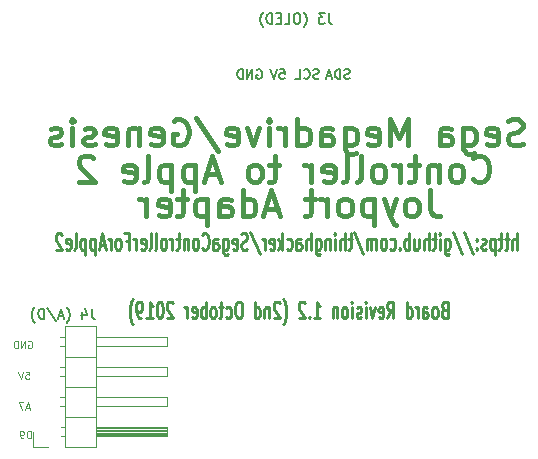
<source format=gbr>
G04 #@! TF.GenerationSoftware,KiCad,Pcbnew,(5.1.4)-1*
G04 #@! TF.CreationDate,2019-11-09T17:45:10+10:00*
G04 #@! TF.ProjectId,SegaControllerForApple2,53656761-436f-46e7-9472-6f6c6c657246,rev?*
G04 #@! TF.SameCoordinates,Original*
G04 #@! TF.FileFunction,Legend,Bot*
G04 #@! TF.FilePolarity,Positive*
%FSLAX46Y46*%
G04 Gerber Fmt 4.6, Leading zero omitted, Abs format (unit mm)*
G04 Created by KiCad (PCBNEW (5.1.4)-1) date 2019-11-09 17:45:10*
%MOMM*%
%LPD*%
G04 APERTURE LIST*
%ADD10C,0.150000*%
%ADD11C,0.225000*%
%ADD12C,0.400000*%
%ADD13C,0.120000*%
G04 APERTURE END LIST*
D10*
X113208333Y-79734523D02*
X113208333Y-80341666D01*
X113248809Y-80463095D01*
X113329761Y-80544047D01*
X113451190Y-80584523D01*
X113532142Y-80584523D01*
X112439285Y-80017857D02*
X112439285Y-80584523D01*
X112641666Y-79694047D02*
X112844047Y-80301190D01*
X112317857Y-80301190D01*
X111103571Y-80908333D02*
X111144047Y-80867857D01*
X111225000Y-80746428D01*
X111265476Y-80665476D01*
X111305952Y-80544047D01*
X111346428Y-80341666D01*
X111346428Y-80179761D01*
X111305952Y-79977380D01*
X111265476Y-79855952D01*
X111225000Y-79775000D01*
X111144047Y-79653571D01*
X111103571Y-79613095D01*
X110820238Y-80341666D02*
X110415476Y-80341666D01*
X110901190Y-80584523D02*
X110617857Y-79734523D01*
X110334523Y-80584523D01*
X109444047Y-79694047D02*
X110172619Y-80786904D01*
X109160714Y-80584523D02*
X109160714Y-79734523D01*
X108958333Y-79734523D01*
X108836904Y-79775000D01*
X108755952Y-79855952D01*
X108715476Y-79936904D01*
X108675000Y-80098809D01*
X108675000Y-80220238D01*
X108715476Y-80382142D01*
X108755952Y-80463095D01*
X108836904Y-80544047D01*
X108958333Y-80584523D01*
X109160714Y-80584523D01*
X108391666Y-80908333D02*
X108351190Y-80867857D01*
X108270238Y-80746428D01*
X108229761Y-80665476D01*
X108189285Y-80544047D01*
X108148809Y-80341666D01*
X108148809Y-80179761D01*
X108189285Y-79977380D01*
X108229761Y-79855952D01*
X108270238Y-79775000D01*
X108351190Y-79653571D01*
X108391666Y-79613095D01*
D11*
X149200000Y-74733333D02*
X149200000Y-73333333D01*
X148814285Y-74733333D02*
X148814285Y-74000000D01*
X148857142Y-73866666D01*
X148942857Y-73800000D01*
X149071428Y-73800000D01*
X149157142Y-73866666D01*
X149200000Y-73933333D01*
X148514285Y-73800000D02*
X148171428Y-73800000D01*
X148385714Y-73333333D02*
X148385714Y-74533333D01*
X148342857Y-74666666D01*
X148257142Y-74733333D01*
X148171428Y-74733333D01*
X148000000Y-73800000D02*
X147657142Y-73800000D01*
X147871428Y-73333333D02*
X147871428Y-74533333D01*
X147828571Y-74666666D01*
X147742857Y-74733333D01*
X147657142Y-74733333D01*
X147357142Y-73800000D02*
X147357142Y-75200000D01*
X147357142Y-73866666D02*
X147271428Y-73800000D01*
X147100000Y-73800000D01*
X147014285Y-73866666D01*
X146971428Y-73933333D01*
X146928571Y-74066666D01*
X146928571Y-74466666D01*
X146971428Y-74600000D01*
X147014285Y-74666666D01*
X147100000Y-74733333D01*
X147271428Y-74733333D01*
X147357142Y-74666666D01*
X146585714Y-74666666D02*
X146500000Y-74733333D01*
X146328571Y-74733333D01*
X146242857Y-74666666D01*
X146200000Y-74533333D01*
X146200000Y-74466666D01*
X146242857Y-74333333D01*
X146328571Y-74266666D01*
X146457142Y-74266666D01*
X146542857Y-74200000D01*
X146585714Y-74066666D01*
X146585714Y-74000000D01*
X146542857Y-73866666D01*
X146457142Y-73800000D01*
X146328571Y-73800000D01*
X146242857Y-73866666D01*
X145814285Y-74600000D02*
X145771428Y-74666666D01*
X145814285Y-74733333D01*
X145857142Y-74666666D01*
X145814285Y-74600000D01*
X145814285Y-74733333D01*
X145814285Y-73866666D02*
X145771428Y-73933333D01*
X145814285Y-74000000D01*
X145857142Y-73933333D01*
X145814285Y-73866666D01*
X145814285Y-74000000D01*
X144742857Y-73266666D02*
X145514285Y-75066666D01*
X143800000Y-73266666D02*
X144571428Y-75066666D01*
X143114285Y-73800000D02*
X143114285Y-74933333D01*
X143157142Y-75066666D01*
X143200000Y-75133333D01*
X143285714Y-75200000D01*
X143414285Y-75200000D01*
X143500000Y-75133333D01*
X143114285Y-74666666D02*
X143200000Y-74733333D01*
X143371428Y-74733333D01*
X143457142Y-74666666D01*
X143500000Y-74600000D01*
X143542857Y-74466666D01*
X143542857Y-74066666D01*
X143500000Y-73933333D01*
X143457142Y-73866666D01*
X143371428Y-73800000D01*
X143200000Y-73800000D01*
X143114285Y-73866666D01*
X142685714Y-74733333D02*
X142685714Y-73800000D01*
X142685714Y-73333333D02*
X142728571Y-73400000D01*
X142685714Y-73466666D01*
X142642857Y-73400000D01*
X142685714Y-73333333D01*
X142685714Y-73466666D01*
X142385714Y-73800000D02*
X142042857Y-73800000D01*
X142257142Y-73333333D02*
X142257142Y-74533333D01*
X142214285Y-74666666D01*
X142128571Y-74733333D01*
X142042857Y-74733333D01*
X141742857Y-74733333D02*
X141742857Y-73333333D01*
X141357142Y-74733333D02*
X141357142Y-74000000D01*
X141400000Y-73866666D01*
X141485714Y-73800000D01*
X141614285Y-73800000D01*
X141700000Y-73866666D01*
X141742857Y-73933333D01*
X140542857Y-73800000D02*
X140542857Y-74733333D01*
X140928571Y-73800000D02*
X140928571Y-74533333D01*
X140885714Y-74666666D01*
X140800000Y-74733333D01*
X140671428Y-74733333D01*
X140585714Y-74666666D01*
X140542857Y-74600000D01*
X140114285Y-74733333D02*
X140114285Y-73333333D01*
X140114285Y-73866666D02*
X140028571Y-73800000D01*
X139857142Y-73800000D01*
X139771428Y-73866666D01*
X139728571Y-73933333D01*
X139685714Y-74066666D01*
X139685714Y-74466666D01*
X139728571Y-74600000D01*
X139771428Y-74666666D01*
X139857142Y-74733333D01*
X140028571Y-74733333D01*
X140114285Y-74666666D01*
X139300000Y-74600000D02*
X139257142Y-74666666D01*
X139300000Y-74733333D01*
X139342857Y-74666666D01*
X139300000Y-74600000D01*
X139300000Y-74733333D01*
X138485714Y-74666666D02*
X138571428Y-74733333D01*
X138742857Y-74733333D01*
X138828571Y-74666666D01*
X138871428Y-74600000D01*
X138914285Y-74466666D01*
X138914285Y-74066666D01*
X138871428Y-73933333D01*
X138828571Y-73866666D01*
X138742857Y-73800000D01*
X138571428Y-73800000D01*
X138485714Y-73866666D01*
X137971428Y-74733333D02*
X138057142Y-74666666D01*
X138100000Y-74600000D01*
X138142857Y-74466666D01*
X138142857Y-74066666D01*
X138100000Y-73933333D01*
X138057142Y-73866666D01*
X137971428Y-73800000D01*
X137842857Y-73800000D01*
X137757142Y-73866666D01*
X137714285Y-73933333D01*
X137671428Y-74066666D01*
X137671428Y-74466666D01*
X137714285Y-74600000D01*
X137757142Y-74666666D01*
X137842857Y-74733333D01*
X137971428Y-74733333D01*
X137285714Y-74733333D02*
X137285714Y-73800000D01*
X137285714Y-73933333D02*
X137242857Y-73866666D01*
X137157142Y-73800000D01*
X137028571Y-73800000D01*
X136942857Y-73866666D01*
X136900000Y-74000000D01*
X136900000Y-74733333D01*
X136900000Y-74000000D02*
X136857142Y-73866666D01*
X136771428Y-73800000D01*
X136642857Y-73800000D01*
X136557142Y-73866666D01*
X136514285Y-74000000D01*
X136514285Y-74733333D01*
X135442857Y-73266666D02*
X136214285Y-75066666D01*
X135271428Y-73800000D02*
X134928571Y-73800000D01*
X135142857Y-73333333D02*
X135142857Y-74533333D01*
X135100000Y-74666666D01*
X135014285Y-74733333D01*
X134928571Y-74733333D01*
X134628571Y-74733333D02*
X134628571Y-73333333D01*
X134242857Y-74733333D02*
X134242857Y-74000000D01*
X134285714Y-73866666D01*
X134371428Y-73800000D01*
X134500000Y-73800000D01*
X134585714Y-73866666D01*
X134628571Y-73933333D01*
X133814285Y-74733333D02*
X133814285Y-73800000D01*
X133814285Y-73333333D02*
X133857142Y-73400000D01*
X133814285Y-73466666D01*
X133771428Y-73400000D01*
X133814285Y-73333333D01*
X133814285Y-73466666D01*
X133385714Y-73800000D02*
X133385714Y-74733333D01*
X133385714Y-73933333D02*
X133342857Y-73866666D01*
X133257142Y-73800000D01*
X133128571Y-73800000D01*
X133042857Y-73866666D01*
X133000000Y-74000000D01*
X133000000Y-74733333D01*
X132185714Y-73800000D02*
X132185714Y-74933333D01*
X132228571Y-75066666D01*
X132271428Y-75133333D01*
X132357142Y-75200000D01*
X132485714Y-75200000D01*
X132571428Y-75133333D01*
X132185714Y-74666666D02*
X132271428Y-74733333D01*
X132442857Y-74733333D01*
X132528571Y-74666666D01*
X132571428Y-74600000D01*
X132614285Y-74466666D01*
X132614285Y-74066666D01*
X132571428Y-73933333D01*
X132528571Y-73866666D01*
X132442857Y-73800000D01*
X132271428Y-73800000D01*
X132185714Y-73866666D01*
X131757142Y-74733333D02*
X131757142Y-73333333D01*
X131371428Y-74733333D02*
X131371428Y-74000000D01*
X131414285Y-73866666D01*
X131500000Y-73800000D01*
X131628571Y-73800000D01*
X131714285Y-73866666D01*
X131757142Y-73933333D01*
X130557142Y-74733333D02*
X130557142Y-74000000D01*
X130600000Y-73866666D01*
X130685714Y-73800000D01*
X130857142Y-73800000D01*
X130942857Y-73866666D01*
X130557142Y-74666666D02*
X130642857Y-74733333D01*
X130857142Y-74733333D01*
X130942857Y-74666666D01*
X130985714Y-74533333D01*
X130985714Y-74400000D01*
X130942857Y-74266666D01*
X130857142Y-74200000D01*
X130642857Y-74200000D01*
X130557142Y-74133333D01*
X129742857Y-74666666D02*
X129828571Y-74733333D01*
X130000000Y-74733333D01*
X130085714Y-74666666D01*
X130128571Y-74600000D01*
X130171428Y-74466666D01*
X130171428Y-74066666D01*
X130128571Y-73933333D01*
X130085714Y-73866666D01*
X130000000Y-73800000D01*
X129828571Y-73800000D01*
X129742857Y-73866666D01*
X129357142Y-74733333D02*
X129357142Y-73333333D01*
X129271428Y-74200000D02*
X129014285Y-74733333D01*
X129014285Y-73800000D02*
X129357142Y-74333333D01*
X128285714Y-74666666D02*
X128371428Y-74733333D01*
X128542857Y-74733333D01*
X128628571Y-74666666D01*
X128671428Y-74533333D01*
X128671428Y-74000000D01*
X128628571Y-73866666D01*
X128542857Y-73800000D01*
X128371428Y-73800000D01*
X128285714Y-73866666D01*
X128242857Y-74000000D01*
X128242857Y-74133333D01*
X128671428Y-74266666D01*
X127857142Y-74733333D02*
X127857142Y-73800000D01*
X127857142Y-74066666D02*
X127814285Y-73933333D01*
X127771428Y-73866666D01*
X127685714Y-73800000D01*
X127600000Y-73800000D01*
X126657142Y-73266666D02*
X127428571Y-75066666D01*
X126400000Y-74666666D02*
X126271428Y-74733333D01*
X126057142Y-74733333D01*
X125971428Y-74666666D01*
X125928571Y-74600000D01*
X125885714Y-74466666D01*
X125885714Y-74333333D01*
X125928571Y-74200000D01*
X125971428Y-74133333D01*
X126057142Y-74066666D01*
X126228571Y-74000000D01*
X126314285Y-73933333D01*
X126357142Y-73866666D01*
X126400000Y-73733333D01*
X126400000Y-73600000D01*
X126357142Y-73466666D01*
X126314285Y-73400000D01*
X126228571Y-73333333D01*
X126014285Y-73333333D01*
X125885714Y-73400000D01*
X125157142Y-74666666D02*
X125242857Y-74733333D01*
X125414285Y-74733333D01*
X125500000Y-74666666D01*
X125542857Y-74533333D01*
X125542857Y-74000000D01*
X125500000Y-73866666D01*
X125414285Y-73800000D01*
X125242857Y-73800000D01*
X125157142Y-73866666D01*
X125114285Y-74000000D01*
X125114285Y-74133333D01*
X125542857Y-74266666D01*
X124342857Y-73800000D02*
X124342857Y-74933333D01*
X124385714Y-75066666D01*
X124428571Y-75133333D01*
X124514285Y-75200000D01*
X124642857Y-75200000D01*
X124728571Y-75133333D01*
X124342857Y-74666666D02*
X124428571Y-74733333D01*
X124600000Y-74733333D01*
X124685714Y-74666666D01*
X124728571Y-74600000D01*
X124771428Y-74466666D01*
X124771428Y-74066666D01*
X124728571Y-73933333D01*
X124685714Y-73866666D01*
X124600000Y-73800000D01*
X124428571Y-73800000D01*
X124342857Y-73866666D01*
X123528571Y-74733333D02*
X123528571Y-74000000D01*
X123571428Y-73866666D01*
X123657142Y-73800000D01*
X123828571Y-73800000D01*
X123914285Y-73866666D01*
X123528571Y-74666666D02*
X123614285Y-74733333D01*
X123828571Y-74733333D01*
X123914285Y-74666666D01*
X123957142Y-74533333D01*
X123957142Y-74400000D01*
X123914285Y-74266666D01*
X123828571Y-74200000D01*
X123614285Y-74200000D01*
X123528571Y-74133333D01*
X122585714Y-74600000D02*
X122628571Y-74666666D01*
X122757142Y-74733333D01*
X122842857Y-74733333D01*
X122971428Y-74666666D01*
X123057142Y-74533333D01*
X123100000Y-74400000D01*
X123142857Y-74133333D01*
X123142857Y-73933333D01*
X123100000Y-73666666D01*
X123057142Y-73533333D01*
X122971428Y-73400000D01*
X122842857Y-73333333D01*
X122757142Y-73333333D01*
X122628571Y-73400000D01*
X122585714Y-73466666D01*
X122071428Y-74733333D02*
X122157142Y-74666666D01*
X122200000Y-74600000D01*
X122242857Y-74466666D01*
X122242857Y-74066666D01*
X122200000Y-73933333D01*
X122157142Y-73866666D01*
X122071428Y-73800000D01*
X121942857Y-73800000D01*
X121857142Y-73866666D01*
X121814285Y-73933333D01*
X121771428Y-74066666D01*
X121771428Y-74466666D01*
X121814285Y-74600000D01*
X121857142Y-74666666D01*
X121942857Y-74733333D01*
X122071428Y-74733333D01*
X121385714Y-73800000D02*
X121385714Y-74733333D01*
X121385714Y-73933333D02*
X121342857Y-73866666D01*
X121257142Y-73800000D01*
X121128571Y-73800000D01*
X121042857Y-73866666D01*
X121000000Y-74000000D01*
X121000000Y-74733333D01*
X120700000Y-73800000D02*
X120357142Y-73800000D01*
X120571428Y-73333333D02*
X120571428Y-74533333D01*
X120528571Y-74666666D01*
X120442857Y-74733333D01*
X120357142Y-74733333D01*
X120057142Y-74733333D02*
X120057142Y-73800000D01*
X120057142Y-74066666D02*
X120014285Y-73933333D01*
X119971428Y-73866666D01*
X119885714Y-73800000D01*
X119800000Y-73800000D01*
X119371428Y-74733333D02*
X119457142Y-74666666D01*
X119500000Y-74600000D01*
X119542857Y-74466666D01*
X119542857Y-74066666D01*
X119500000Y-73933333D01*
X119457142Y-73866666D01*
X119371428Y-73800000D01*
X119242857Y-73800000D01*
X119157142Y-73866666D01*
X119114285Y-73933333D01*
X119071428Y-74066666D01*
X119071428Y-74466666D01*
X119114285Y-74600000D01*
X119157142Y-74666666D01*
X119242857Y-74733333D01*
X119371428Y-74733333D01*
X118557142Y-74733333D02*
X118642857Y-74666666D01*
X118685714Y-74533333D01*
X118685714Y-73333333D01*
X118085714Y-74733333D02*
X118171428Y-74666666D01*
X118214285Y-74533333D01*
X118214285Y-73333333D01*
X117400000Y-74666666D02*
X117485714Y-74733333D01*
X117657142Y-74733333D01*
X117742857Y-74666666D01*
X117785714Y-74533333D01*
X117785714Y-74000000D01*
X117742857Y-73866666D01*
X117657142Y-73800000D01*
X117485714Y-73800000D01*
X117400000Y-73866666D01*
X117357142Y-74000000D01*
X117357142Y-74133333D01*
X117785714Y-74266666D01*
X116971428Y-74733333D02*
X116971428Y-73800000D01*
X116971428Y-74066666D02*
X116928571Y-73933333D01*
X116885714Y-73866666D01*
X116800000Y-73800000D01*
X116714285Y-73800000D01*
X116114285Y-74000000D02*
X116414285Y-74000000D01*
X116414285Y-74733333D02*
X116414285Y-73333333D01*
X115985714Y-73333333D01*
X115514285Y-74733333D02*
X115600000Y-74666666D01*
X115642857Y-74600000D01*
X115685714Y-74466666D01*
X115685714Y-74066666D01*
X115642857Y-73933333D01*
X115600000Y-73866666D01*
X115514285Y-73800000D01*
X115385714Y-73800000D01*
X115300000Y-73866666D01*
X115257142Y-73933333D01*
X115214285Y-74066666D01*
X115214285Y-74466666D01*
X115257142Y-74600000D01*
X115300000Y-74666666D01*
X115385714Y-74733333D01*
X115514285Y-74733333D01*
X114828571Y-74733333D02*
X114828571Y-73800000D01*
X114828571Y-74066666D02*
X114785714Y-73933333D01*
X114742857Y-73866666D01*
X114657142Y-73800000D01*
X114571428Y-73800000D01*
X114314285Y-74333333D02*
X113885714Y-74333333D01*
X114400000Y-74733333D02*
X114100000Y-73333333D01*
X113800000Y-74733333D01*
X113500000Y-73800000D02*
X113500000Y-75200000D01*
X113500000Y-73866666D02*
X113414285Y-73800000D01*
X113242857Y-73800000D01*
X113157142Y-73866666D01*
X113114285Y-73933333D01*
X113071428Y-74066666D01*
X113071428Y-74466666D01*
X113114285Y-74600000D01*
X113157142Y-74666666D01*
X113242857Y-74733333D01*
X113414285Y-74733333D01*
X113500000Y-74666666D01*
X112685714Y-73800000D02*
X112685714Y-75200000D01*
X112685714Y-73866666D02*
X112600000Y-73800000D01*
X112428571Y-73800000D01*
X112342857Y-73866666D01*
X112300000Y-73933333D01*
X112257142Y-74066666D01*
X112257142Y-74466666D01*
X112300000Y-74600000D01*
X112342857Y-74666666D01*
X112428571Y-74733333D01*
X112600000Y-74733333D01*
X112685714Y-74666666D01*
X111742857Y-74733333D02*
X111828571Y-74666666D01*
X111871428Y-74533333D01*
X111871428Y-73333333D01*
X111057142Y-74666666D02*
X111142857Y-74733333D01*
X111314285Y-74733333D01*
X111400000Y-74666666D01*
X111442857Y-74533333D01*
X111442857Y-74000000D01*
X111400000Y-73866666D01*
X111314285Y-73800000D01*
X111142857Y-73800000D01*
X111057142Y-73866666D01*
X111014285Y-74000000D01*
X111014285Y-74133333D01*
X111442857Y-74266666D01*
X110671428Y-73466666D02*
X110628571Y-73400000D01*
X110542857Y-73333333D01*
X110328571Y-73333333D01*
X110242857Y-73400000D01*
X110200000Y-73466666D01*
X110157142Y-73600000D01*
X110157142Y-73733333D01*
X110200000Y-73933333D01*
X110714285Y-74733333D01*
X110157142Y-74733333D01*
D12*
X141838095Y-69695238D02*
X141838095Y-71266666D01*
X141942857Y-71580952D01*
X142152380Y-71790476D01*
X142466666Y-71895238D01*
X142676190Y-71895238D01*
X140476190Y-71895238D02*
X140685714Y-71790476D01*
X140790476Y-71685714D01*
X140895238Y-71476190D01*
X140895238Y-70847619D01*
X140790476Y-70638095D01*
X140685714Y-70533333D01*
X140476190Y-70428571D01*
X140161904Y-70428571D01*
X139952380Y-70533333D01*
X139847619Y-70638095D01*
X139742857Y-70847619D01*
X139742857Y-71476190D01*
X139847619Y-71685714D01*
X139952380Y-71790476D01*
X140161904Y-71895238D01*
X140476190Y-71895238D01*
X139009523Y-70428571D02*
X138485714Y-71895238D01*
X137961904Y-70428571D02*
X138485714Y-71895238D01*
X138695238Y-72419047D01*
X138800000Y-72523809D01*
X139009523Y-72628571D01*
X137123809Y-70428571D02*
X137123809Y-72628571D01*
X137123809Y-70533333D02*
X136914285Y-70428571D01*
X136495238Y-70428571D01*
X136285714Y-70533333D01*
X136180952Y-70638095D01*
X136076190Y-70847619D01*
X136076190Y-71476190D01*
X136180952Y-71685714D01*
X136285714Y-71790476D01*
X136495238Y-71895238D01*
X136914285Y-71895238D01*
X137123809Y-71790476D01*
X134819047Y-71895238D02*
X135028571Y-71790476D01*
X135133333Y-71685714D01*
X135238095Y-71476190D01*
X135238095Y-70847619D01*
X135133333Y-70638095D01*
X135028571Y-70533333D01*
X134819047Y-70428571D01*
X134504761Y-70428571D01*
X134295238Y-70533333D01*
X134190476Y-70638095D01*
X134085714Y-70847619D01*
X134085714Y-71476190D01*
X134190476Y-71685714D01*
X134295238Y-71790476D01*
X134504761Y-71895238D01*
X134819047Y-71895238D01*
X133142857Y-71895238D02*
X133142857Y-70428571D01*
X133142857Y-70847619D02*
X133038095Y-70638095D01*
X132933333Y-70533333D01*
X132723809Y-70428571D01*
X132514285Y-70428571D01*
X132095238Y-70428571D02*
X131257142Y-70428571D01*
X131780952Y-69695238D02*
X131780952Y-71580952D01*
X131676190Y-71790476D01*
X131466666Y-71895238D01*
X131257142Y-71895238D01*
X128952380Y-71266666D02*
X127904761Y-71266666D01*
X129161904Y-71895238D02*
X128428571Y-69695238D01*
X127695238Y-71895238D01*
X126019047Y-71895238D02*
X126019047Y-69695238D01*
X126019047Y-71790476D02*
X126228571Y-71895238D01*
X126647619Y-71895238D01*
X126857142Y-71790476D01*
X126961904Y-71685714D01*
X127066666Y-71476190D01*
X127066666Y-70847619D01*
X126961904Y-70638095D01*
X126857142Y-70533333D01*
X126647619Y-70428571D01*
X126228571Y-70428571D01*
X126019047Y-70533333D01*
X124028571Y-71895238D02*
X124028571Y-70742857D01*
X124133333Y-70533333D01*
X124342857Y-70428571D01*
X124761904Y-70428571D01*
X124971428Y-70533333D01*
X124028571Y-71790476D02*
X124238095Y-71895238D01*
X124761904Y-71895238D01*
X124971428Y-71790476D01*
X125076190Y-71580952D01*
X125076190Y-71371428D01*
X124971428Y-71161904D01*
X124761904Y-71057142D01*
X124238095Y-71057142D01*
X124028571Y-70952380D01*
X122980952Y-70428571D02*
X122980952Y-72628571D01*
X122980952Y-70533333D02*
X122771428Y-70428571D01*
X122352380Y-70428571D01*
X122142857Y-70533333D01*
X122038095Y-70638095D01*
X121933333Y-70847619D01*
X121933333Y-71476190D01*
X122038095Y-71685714D01*
X122142857Y-71790476D01*
X122352380Y-71895238D01*
X122771428Y-71895238D01*
X122980952Y-71790476D01*
X121304761Y-70428571D02*
X120466666Y-70428571D01*
X120990476Y-69695238D02*
X120990476Y-71580952D01*
X120885714Y-71790476D01*
X120676190Y-71895238D01*
X120466666Y-71895238D01*
X118895238Y-71790476D02*
X119104761Y-71895238D01*
X119523809Y-71895238D01*
X119733333Y-71790476D01*
X119838095Y-71580952D01*
X119838095Y-70742857D01*
X119733333Y-70533333D01*
X119523809Y-70428571D01*
X119104761Y-70428571D01*
X118895238Y-70533333D01*
X118790476Y-70742857D01*
X118790476Y-70952380D01*
X119838095Y-71161904D01*
X117847619Y-71895238D02*
X117847619Y-70428571D01*
X117847619Y-70847619D02*
X117742857Y-70638095D01*
X117638095Y-70533333D01*
X117428571Y-70428571D01*
X117219047Y-70428571D01*
X145528571Y-68785714D02*
X145633333Y-68890476D01*
X145947619Y-68995238D01*
X146157142Y-68995238D01*
X146471428Y-68890476D01*
X146680952Y-68680952D01*
X146785714Y-68471428D01*
X146890476Y-68052380D01*
X146890476Y-67738095D01*
X146785714Y-67319047D01*
X146680952Y-67109523D01*
X146471428Y-66900000D01*
X146157142Y-66795238D01*
X145947619Y-66795238D01*
X145633333Y-66900000D01*
X145528571Y-67004761D01*
X144271428Y-68995238D02*
X144480952Y-68890476D01*
X144585714Y-68785714D01*
X144690476Y-68576190D01*
X144690476Y-67947619D01*
X144585714Y-67738095D01*
X144480952Y-67633333D01*
X144271428Y-67528571D01*
X143957142Y-67528571D01*
X143747619Y-67633333D01*
X143642857Y-67738095D01*
X143538095Y-67947619D01*
X143538095Y-68576190D01*
X143642857Y-68785714D01*
X143747619Y-68890476D01*
X143957142Y-68995238D01*
X144271428Y-68995238D01*
X142595238Y-67528571D02*
X142595238Y-68995238D01*
X142595238Y-67738095D02*
X142490476Y-67633333D01*
X142280952Y-67528571D01*
X141966666Y-67528571D01*
X141757142Y-67633333D01*
X141652380Y-67842857D01*
X141652380Y-68995238D01*
X140919047Y-67528571D02*
X140080952Y-67528571D01*
X140604761Y-66795238D02*
X140604761Y-68680952D01*
X140500000Y-68890476D01*
X140290476Y-68995238D01*
X140080952Y-68995238D01*
X139347619Y-68995238D02*
X139347619Y-67528571D01*
X139347619Y-67947619D02*
X139242857Y-67738095D01*
X139138095Y-67633333D01*
X138928571Y-67528571D01*
X138719047Y-67528571D01*
X137671428Y-68995238D02*
X137880952Y-68890476D01*
X137985714Y-68785714D01*
X138090476Y-68576190D01*
X138090476Y-67947619D01*
X137985714Y-67738095D01*
X137880952Y-67633333D01*
X137671428Y-67528571D01*
X137357142Y-67528571D01*
X137147619Y-67633333D01*
X137042857Y-67738095D01*
X136938095Y-67947619D01*
X136938095Y-68576190D01*
X137042857Y-68785714D01*
X137147619Y-68890476D01*
X137357142Y-68995238D01*
X137671428Y-68995238D01*
X135680952Y-68995238D02*
X135890476Y-68890476D01*
X135995238Y-68680952D01*
X135995238Y-66795238D01*
X134528571Y-68995238D02*
X134738095Y-68890476D01*
X134842857Y-68680952D01*
X134842857Y-66795238D01*
X132852380Y-68890476D02*
X133061904Y-68995238D01*
X133480952Y-68995238D01*
X133690476Y-68890476D01*
X133795238Y-68680952D01*
X133795238Y-67842857D01*
X133690476Y-67633333D01*
X133480952Y-67528571D01*
X133061904Y-67528571D01*
X132852380Y-67633333D01*
X132747619Y-67842857D01*
X132747619Y-68052380D01*
X133795238Y-68261904D01*
X131804761Y-68995238D02*
X131804761Y-67528571D01*
X131804761Y-67947619D02*
X131700000Y-67738095D01*
X131595238Y-67633333D01*
X131385714Y-67528571D01*
X131176190Y-67528571D01*
X129080952Y-67528571D02*
X128242857Y-67528571D01*
X128766666Y-66795238D02*
X128766666Y-68680952D01*
X128661904Y-68890476D01*
X128452380Y-68995238D01*
X128242857Y-68995238D01*
X127195238Y-68995238D02*
X127404761Y-68890476D01*
X127509523Y-68785714D01*
X127614285Y-68576190D01*
X127614285Y-67947619D01*
X127509523Y-67738095D01*
X127404761Y-67633333D01*
X127195238Y-67528571D01*
X126880952Y-67528571D01*
X126671428Y-67633333D01*
X126566666Y-67738095D01*
X126461904Y-67947619D01*
X126461904Y-68576190D01*
X126566666Y-68785714D01*
X126671428Y-68890476D01*
X126880952Y-68995238D01*
X127195238Y-68995238D01*
X123947619Y-68366666D02*
X122900000Y-68366666D01*
X124157142Y-68995238D02*
X123423809Y-66795238D01*
X122690476Y-68995238D01*
X121957142Y-67528571D02*
X121957142Y-69728571D01*
X121957142Y-67633333D02*
X121747619Y-67528571D01*
X121328571Y-67528571D01*
X121119047Y-67633333D01*
X121014285Y-67738095D01*
X120909523Y-67947619D01*
X120909523Y-68576190D01*
X121014285Y-68785714D01*
X121119047Y-68890476D01*
X121328571Y-68995238D01*
X121747619Y-68995238D01*
X121957142Y-68890476D01*
X119966666Y-67528571D02*
X119966666Y-69728571D01*
X119966666Y-67633333D02*
X119757142Y-67528571D01*
X119338095Y-67528571D01*
X119128571Y-67633333D01*
X119023809Y-67738095D01*
X118919047Y-67947619D01*
X118919047Y-68576190D01*
X119023809Y-68785714D01*
X119128571Y-68890476D01*
X119338095Y-68995238D01*
X119757142Y-68995238D01*
X119966666Y-68890476D01*
X117661904Y-68995238D02*
X117871428Y-68890476D01*
X117976190Y-68680952D01*
X117976190Y-66795238D01*
X115985714Y-68890476D02*
X116195238Y-68995238D01*
X116614285Y-68995238D01*
X116823809Y-68890476D01*
X116928571Y-68680952D01*
X116928571Y-67842857D01*
X116823809Y-67633333D01*
X116614285Y-67528571D01*
X116195238Y-67528571D01*
X115985714Y-67633333D01*
X115880952Y-67842857D01*
X115880952Y-68052380D01*
X116928571Y-68261904D01*
X113366666Y-67004761D02*
X113261904Y-66900000D01*
X113052380Y-66795238D01*
X112528571Y-66795238D01*
X112319047Y-66900000D01*
X112214285Y-67004761D01*
X112109523Y-67214285D01*
X112109523Y-67423809D01*
X112214285Y-67738095D01*
X113471428Y-68995238D01*
X112109523Y-68995238D01*
D11*
X143057142Y-79800000D02*
X142928571Y-79866666D01*
X142885714Y-79933333D01*
X142842857Y-80066666D01*
X142842857Y-80266666D01*
X142885714Y-80400000D01*
X142928571Y-80466666D01*
X143014285Y-80533333D01*
X143357142Y-80533333D01*
X143357142Y-79133333D01*
X143057142Y-79133333D01*
X142971428Y-79200000D01*
X142928571Y-79266666D01*
X142885714Y-79400000D01*
X142885714Y-79533333D01*
X142928571Y-79666666D01*
X142971428Y-79733333D01*
X143057142Y-79800000D01*
X143357142Y-79800000D01*
X142328571Y-80533333D02*
X142414285Y-80466666D01*
X142457142Y-80400000D01*
X142500000Y-80266666D01*
X142500000Y-79866666D01*
X142457142Y-79733333D01*
X142414285Y-79666666D01*
X142328571Y-79600000D01*
X142200000Y-79600000D01*
X142114285Y-79666666D01*
X142071428Y-79733333D01*
X142028571Y-79866666D01*
X142028571Y-80266666D01*
X142071428Y-80400000D01*
X142114285Y-80466666D01*
X142200000Y-80533333D01*
X142328571Y-80533333D01*
X141257142Y-80533333D02*
X141257142Y-79800000D01*
X141300000Y-79666666D01*
X141385714Y-79600000D01*
X141557142Y-79600000D01*
X141642857Y-79666666D01*
X141257142Y-80466666D02*
X141342857Y-80533333D01*
X141557142Y-80533333D01*
X141642857Y-80466666D01*
X141685714Y-80333333D01*
X141685714Y-80200000D01*
X141642857Y-80066666D01*
X141557142Y-80000000D01*
X141342857Y-80000000D01*
X141257142Y-79933333D01*
X140828571Y-80533333D02*
X140828571Y-79600000D01*
X140828571Y-79866666D02*
X140785714Y-79733333D01*
X140742857Y-79666666D01*
X140657142Y-79600000D01*
X140571428Y-79600000D01*
X139885714Y-80533333D02*
X139885714Y-79133333D01*
X139885714Y-80466666D02*
X139971428Y-80533333D01*
X140142857Y-80533333D01*
X140228571Y-80466666D01*
X140271428Y-80400000D01*
X140314285Y-80266666D01*
X140314285Y-79866666D01*
X140271428Y-79733333D01*
X140228571Y-79666666D01*
X140142857Y-79600000D01*
X139971428Y-79600000D01*
X139885714Y-79666666D01*
X138257142Y-80533333D02*
X138557142Y-79866666D01*
X138771428Y-80533333D02*
X138771428Y-79133333D01*
X138428571Y-79133333D01*
X138342857Y-79200000D01*
X138300000Y-79266666D01*
X138257142Y-79400000D01*
X138257142Y-79600000D01*
X138300000Y-79733333D01*
X138342857Y-79800000D01*
X138428571Y-79866666D01*
X138771428Y-79866666D01*
X137528571Y-80466666D02*
X137614285Y-80533333D01*
X137785714Y-80533333D01*
X137871428Y-80466666D01*
X137914285Y-80333333D01*
X137914285Y-79800000D01*
X137871428Y-79666666D01*
X137785714Y-79600000D01*
X137614285Y-79600000D01*
X137528571Y-79666666D01*
X137485714Y-79800000D01*
X137485714Y-79933333D01*
X137914285Y-80066666D01*
X137185714Y-79600000D02*
X136971428Y-80533333D01*
X136757142Y-79600000D01*
X136414285Y-80533333D02*
X136414285Y-79600000D01*
X136414285Y-79133333D02*
X136457142Y-79200000D01*
X136414285Y-79266666D01*
X136371428Y-79200000D01*
X136414285Y-79133333D01*
X136414285Y-79266666D01*
X136028571Y-80466666D02*
X135942857Y-80533333D01*
X135771428Y-80533333D01*
X135685714Y-80466666D01*
X135642857Y-80333333D01*
X135642857Y-80266666D01*
X135685714Y-80133333D01*
X135771428Y-80066666D01*
X135900000Y-80066666D01*
X135985714Y-80000000D01*
X136028571Y-79866666D01*
X136028571Y-79800000D01*
X135985714Y-79666666D01*
X135900000Y-79600000D01*
X135771428Y-79600000D01*
X135685714Y-79666666D01*
X135257142Y-80533333D02*
X135257142Y-79600000D01*
X135257142Y-79133333D02*
X135300000Y-79200000D01*
X135257142Y-79266666D01*
X135214285Y-79200000D01*
X135257142Y-79133333D01*
X135257142Y-79266666D01*
X134700000Y-80533333D02*
X134785714Y-80466666D01*
X134828571Y-80400000D01*
X134871428Y-80266666D01*
X134871428Y-79866666D01*
X134828571Y-79733333D01*
X134785714Y-79666666D01*
X134700000Y-79600000D01*
X134571428Y-79600000D01*
X134485714Y-79666666D01*
X134442857Y-79733333D01*
X134400000Y-79866666D01*
X134400000Y-80266666D01*
X134442857Y-80400000D01*
X134485714Y-80466666D01*
X134571428Y-80533333D01*
X134700000Y-80533333D01*
X134014285Y-79600000D02*
X134014285Y-80533333D01*
X134014285Y-79733333D02*
X133971428Y-79666666D01*
X133885714Y-79600000D01*
X133757142Y-79600000D01*
X133671428Y-79666666D01*
X133628571Y-79800000D01*
X133628571Y-80533333D01*
X132042857Y-80533333D02*
X132557142Y-80533333D01*
X132300000Y-80533333D02*
X132300000Y-79133333D01*
X132385714Y-79333333D01*
X132471428Y-79466666D01*
X132557142Y-79533333D01*
X131657142Y-80400000D02*
X131614285Y-80466666D01*
X131657142Y-80533333D01*
X131700000Y-80466666D01*
X131657142Y-80400000D01*
X131657142Y-80533333D01*
X131271428Y-79266666D02*
X131228571Y-79200000D01*
X131142857Y-79133333D01*
X130928571Y-79133333D01*
X130842857Y-79200000D01*
X130800000Y-79266666D01*
X130757142Y-79400000D01*
X130757142Y-79533333D01*
X130800000Y-79733333D01*
X131314285Y-80533333D01*
X130757142Y-80533333D01*
X129428571Y-81066666D02*
X129471428Y-81000000D01*
X129557142Y-80800000D01*
X129600000Y-80666666D01*
X129642857Y-80466666D01*
X129685714Y-80133333D01*
X129685714Y-79866666D01*
X129642857Y-79533333D01*
X129600000Y-79333333D01*
X129557142Y-79200000D01*
X129471428Y-79000000D01*
X129428571Y-78933333D01*
X129128571Y-79266666D02*
X129085714Y-79200000D01*
X129000000Y-79133333D01*
X128785714Y-79133333D01*
X128700000Y-79200000D01*
X128657142Y-79266666D01*
X128614285Y-79400000D01*
X128614285Y-79533333D01*
X128657142Y-79733333D01*
X129171428Y-80533333D01*
X128614285Y-80533333D01*
X128228571Y-79600000D02*
X128228571Y-80533333D01*
X128228571Y-79733333D02*
X128185714Y-79666666D01*
X128100000Y-79600000D01*
X127971428Y-79600000D01*
X127885714Y-79666666D01*
X127842857Y-79800000D01*
X127842857Y-80533333D01*
X127028571Y-80533333D02*
X127028571Y-79133333D01*
X127028571Y-80466666D02*
X127114285Y-80533333D01*
X127285714Y-80533333D01*
X127371428Y-80466666D01*
X127414285Y-80400000D01*
X127457142Y-80266666D01*
X127457142Y-79866666D01*
X127414285Y-79733333D01*
X127371428Y-79666666D01*
X127285714Y-79600000D01*
X127114285Y-79600000D01*
X127028571Y-79666666D01*
X125742857Y-79133333D02*
X125571428Y-79133333D01*
X125485714Y-79200000D01*
X125400000Y-79333333D01*
X125357142Y-79600000D01*
X125357142Y-80066666D01*
X125400000Y-80333333D01*
X125485714Y-80466666D01*
X125571428Y-80533333D01*
X125742857Y-80533333D01*
X125828571Y-80466666D01*
X125914285Y-80333333D01*
X125957142Y-80066666D01*
X125957142Y-79600000D01*
X125914285Y-79333333D01*
X125828571Y-79200000D01*
X125742857Y-79133333D01*
X124585714Y-80466666D02*
X124671428Y-80533333D01*
X124842857Y-80533333D01*
X124928571Y-80466666D01*
X124971428Y-80400000D01*
X125014285Y-80266666D01*
X125014285Y-79866666D01*
X124971428Y-79733333D01*
X124928571Y-79666666D01*
X124842857Y-79600000D01*
X124671428Y-79600000D01*
X124585714Y-79666666D01*
X124328571Y-79600000D02*
X123985714Y-79600000D01*
X124200000Y-79133333D02*
X124200000Y-80333333D01*
X124157142Y-80466666D01*
X124071428Y-80533333D01*
X123985714Y-80533333D01*
X123557142Y-80533333D02*
X123642857Y-80466666D01*
X123685714Y-80400000D01*
X123728571Y-80266666D01*
X123728571Y-79866666D01*
X123685714Y-79733333D01*
X123642857Y-79666666D01*
X123557142Y-79600000D01*
X123428571Y-79600000D01*
X123342857Y-79666666D01*
X123300000Y-79733333D01*
X123257142Y-79866666D01*
X123257142Y-80266666D01*
X123300000Y-80400000D01*
X123342857Y-80466666D01*
X123428571Y-80533333D01*
X123557142Y-80533333D01*
X122871428Y-80533333D02*
X122871428Y-79133333D01*
X122871428Y-79666666D02*
X122785714Y-79600000D01*
X122614285Y-79600000D01*
X122528571Y-79666666D01*
X122485714Y-79733333D01*
X122442857Y-79866666D01*
X122442857Y-80266666D01*
X122485714Y-80400000D01*
X122528571Y-80466666D01*
X122614285Y-80533333D01*
X122785714Y-80533333D01*
X122871428Y-80466666D01*
X121714285Y-80466666D02*
X121800000Y-80533333D01*
X121971428Y-80533333D01*
X122057142Y-80466666D01*
X122100000Y-80333333D01*
X122100000Y-79800000D01*
X122057142Y-79666666D01*
X121971428Y-79600000D01*
X121800000Y-79600000D01*
X121714285Y-79666666D01*
X121671428Y-79800000D01*
X121671428Y-79933333D01*
X122100000Y-80066666D01*
X121285714Y-80533333D02*
X121285714Y-79600000D01*
X121285714Y-79866666D02*
X121242857Y-79733333D01*
X121200000Y-79666666D01*
X121114285Y-79600000D01*
X121028571Y-79600000D01*
X120085714Y-79266666D02*
X120042857Y-79200000D01*
X119957142Y-79133333D01*
X119742857Y-79133333D01*
X119657142Y-79200000D01*
X119614285Y-79266666D01*
X119571428Y-79400000D01*
X119571428Y-79533333D01*
X119614285Y-79733333D01*
X120128571Y-80533333D01*
X119571428Y-80533333D01*
X119014285Y-79133333D02*
X118928571Y-79133333D01*
X118842857Y-79200000D01*
X118800000Y-79266666D01*
X118757142Y-79400000D01*
X118714285Y-79666666D01*
X118714285Y-80000000D01*
X118757142Y-80266666D01*
X118800000Y-80400000D01*
X118842857Y-80466666D01*
X118928571Y-80533333D01*
X119014285Y-80533333D01*
X119100000Y-80466666D01*
X119142857Y-80400000D01*
X119185714Y-80266666D01*
X119228571Y-80000000D01*
X119228571Y-79666666D01*
X119185714Y-79400000D01*
X119142857Y-79266666D01*
X119100000Y-79200000D01*
X119014285Y-79133333D01*
X117857142Y-80533333D02*
X118371428Y-80533333D01*
X118114285Y-80533333D02*
X118114285Y-79133333D01*
X118200000Y-79333333D01*
X118285714Y-79466666D01*
X118371428Y-79533333D01*
X117428571Y-80533333D02*
X117257142Y-80533333D01*
X117171428Y-80466666D01*
X117128571Y-80400000D01*
X117042857Y-80200000D01*
X117000000Y-79933333D01*
X117000000Y-79400000D01*
X117042857Y-79266666D01*
X117085714Y-79200000D01*
X117171428Y-79133333D01*
X117342857Y-79133333D01*
X117428571Y-79200000D01*
X117471428Y-79266666D01*
X117514285Y-79400000D01*
X117514285Y-79733333D01*
X117471428Y-79866666D01*
X117428571Y-79933333D01*
X117342857Y-80000000D01*
X117171428Y-80000000D01*
X117085714Y-79933333D01*
X117042857Y-79866666D01*
X117000000Y-79733333D01*
X116700000Y-81066666D02*
X116657142Y-81000000D01*
X116571428Y-80800000D01*
X116528571Y-80666666D01*
X116485714Y-80466666D01*
X116442857Y-80133333D01*
X116442857Y-79866666D01*
X116485714Y-79533333D01*
X116528571Y-79333333D01*
X116571428Y-79200000D01*
X116657142Y-79000000D01*
X116700000Y-78933333D01*
D10*
X133272619Y-54734523D02*
X133272619Y-55341666D01*
X133313095Y-55463095D01*
X133394047Y-55544047D01*
X133515476Y-55584523D01*
X133596428Y-55584523D01*
X132948809Y-54734523D02*
X132422619Y-54734523D01*
X132705952Y-55058333D01*
X132584523Y-55058333D01*
X132503571Y-55098809D01*
X132463095Y-55139285D01*
X132422619Y-55220238D01*
X132422619Y-55422619D01*
X132463095Y-55503571D01*
X132503571Y-55544047D01*
X132584523Y-55584523D01*
X132827380Y-55584523D01*
X132908333Y-55544047D01*
X132948809Y-55503571D01*
X131167857Y-55908333D02*
X131208333Y-55867857D01*
X131289285Y-55746428D01*
X131329761Y-55665476D01*
X131370238Y-55544047D01*
X131410714Y-55341666D01*
X131410714Y-55179761D01*
X131370238Y-54977380D01*
X131329761Y-54855952D01*
X131289285Y-54775000D01*
X131208333Y-54653571D01*
X131167857Y-54613095D01*
X130682142Y-54734523D02*
X130520238Y-54734523D01*
X130439285Y-54775000D01*
X130358333Y-54855952D01*
X130317857Y-55017857D01*
X130317857Y-55301190D01*
X130358333Y-55463095D01*
X130439285Y-55544047D01*
X130520238Y-55584523D01*
X130682142Y-55584523D01*
X130763095Y-55544047D01*
X130844047Y-55463095D01*
X130884523Y-55301190D01*
X130884523Y-55017857D01*
X130844047Y-54855952D01*
X130763095Y-54775000D01*
X130682142Y-54734523D01*
X129548809Y-55584523D02*
X129953571Y-55584523D01*
X129953571Y-54734523D01*
X129265476Y-55139285D02*
X128982142Y-55139285D01*
X128860714Y-55584523D02*
X129265476Y-55584523D01*
X129265476Y-54734523D01*
X128860714Y-54734523D01*
X128496428Y-55584523D02*
X128496428Y-54734523D01*
X128294047Y-54734523D01*
X128172619Y-54775000D01*
X128091666Y-54855952D01*
X128051190Y-54936904D01*
X128010714Y-55098809D01*
X128010714Y-55220238D01*
X128051190Y-55382142D01*
X128091666Y-55463095D01*
X128172619Y-55544047D01*
X128294047Y-55584523D01*
X128496428Y-55584523D01*
X127727380Y-55908333D02*
X127686904Y-55867857D01*
X127605952Y-55746428D01*
X127565476Y-55665476D01*
X127525000Y-55544047D01*
X127484523Y-55341666D01*
X127484523Y-55179761D01*
X127525000Y-54977380D01*
X127565476Y-54855952D01*
X127605952Y-54775000D01*
X127686904Y-54653571D01*
X127727380Y-54613095D01*
X135071428Y-60223809D02*
X134957142Y-60261904D01*
X134766666Y-60261904D01*
X134690476Y-60223809D01*
X134652380Y-60185714D01*
X134614285Y-60109523D01*
X134614285Y-60033333D01*
X134652380Y-59957142D01*
X134690476Y-59919047D01*
X134766666Y-59880952D01*
X134919047Y-59842857D01*
X134995238Y-59804761D01*
X135033333Y-59766666D01*
X135071428Y-59690476D01*
X135071428Y-59614285D01*
X135033333Y-59538095D01*
X134995238Y-59500000D01*
X134919047Y-59461904D01*
X134728571Y-59461904D01*
X134614285Y-59500000D01*
X134271428Y-60261904D02*
X134271428Y-59461904D01*
X134080952Y-59461904D01*
X133966666Y-59500000D01*
X133890476Y-59576190D01*
X133852380Y-59652380D01*
X133814285Y-59804761D01*
X133814285Y-59919047D01*
X133852380Y-60071428D01*
X133890476Y-60147619D01*
X133966666Y-60223809D01*
X134080952Y-60261904D01*
X134271428Y-60261904D01*
X133509523Y-60033333D02*
X133128571Y-60033333D01*
X133585714Y-60261904D02*
X133319047Y-59461904D01*
X133052380Y-60261904D01*
D13*
X108042857Y-90671428D02*
X108042857Y-90071428D01*
X107900000Y-90071428D01*
X107814285Y-90100000D01*
X107757142Y-90157142D01*
X107728571Y-90214285D01*
X107700000Y-90328571D01*
X107700000Y-90414285D01*
X107728571Y-90528571D01*
X107757142Y-90585714D01*
X107814285Y-90642857D01*
X107900000Y-90671428D01*
X108042857Y-90671428D01*
X107414285Y-90671428D02*
X107300000Y-90671428D01*
X107242857Y-90642857D01*
X107214285Y-90614285D01*
X107157142Y-90528571D01*
X107128571Y-90414285D01*
X107128571Y-90185714D01*
X107157142Y-90128571D01*
X107185714Y-90100000D01*
X107242857Y-90071428D01*
X107357142Y-90071428D01*
X107414285Y-90100000D01*
X107442857Y-90128571D01*
X107471428Y-90185714D01*
X107471428Y-90328571D01*
X107442857Y-90385714D01*
X107414285Y-90414285D01*
X107357142Y-90442857D01*
X107242857Y-90442857D01*
X107185714Y-90414285D01*
X107157142Y-90385714D01*
X107128571Y-90328571D01*
X107928571Y-88100000D02*
X107642857Y-88100000D01*
X107985714Y-88271428D02*
X107785714Y-87671428D01*
X107585714Y-88271428D01*
X107442857Y-87671428D02*
X107042857Y-87671428D01*
X107300000Y-88271428D01*
D10*
X129152380Y-59461904D02*
X129533333Y-59461904D01*
X129571428Y-59842857D01*
X129533333Y-59804761D01*
X129457142Y-59766666D01*
X129266666Y-59766666D01*
X129190476Y-59804761D01*
X129152380Y-59842857D01*
X129114285Y-59919047D01*
X129114285Y-60109523D01*
X129152380Y-60185714D01*
X129190476Y-60223809D01*
X129266666Y-60261904D01*
X129457142Y-60261904D01*
X129533333Y-60223809D01*
X129571428Y-60185714D01*
X128885714Y-59461904D02*
X128619047Y-60261904D01*
X128352380Y-59461904D01*
X127209523Y-59500000D02*
X127285714Y-59461904D01*
X127400000Y-59461904D01*
X127514285Y-59500000D01*
X127590476Y-59576190D01*
X127628571Y-59652380D01*
X127666666Y-59804761D01*
X127666666Y-59919047D01*
X127628571Y-60071428D01*
X127590476Y-60147619D01*
X127514285Y-60223809D01*
X127400000Y-60261904D01*
X127323809Y-60261904D01*
X127209523Y-60223809D01*
X127171428Y-60185714D01*
X127171428Y-59919047D01*
X127323809Y-59919047D01*
X126828571Y-60261904D02*
X126828571Y-59461904D01*
X126371428Y-60261904D01*
X126371428Y-59461904D01*
X125990476Y-60261904D02*
X125990476Y-59461904D01*
X125800000Y-59461904D01*
X125685714Y-59500000D01*
X125609523Y-59576190D01*
X125571428Y-59652380D01*
X125533333Y-59804761D01*
X125533333Y-59919047D01*
X125571428Y-60071428D01*
X125609523Y-60147619D01*
X125685714Y-60223809D01*
X125800000Y-60261904D01*
X125990476Y-60261904D01*
D13*
X107857142Y-82500000D02*
X107914285Y-82471428D01*
X108000000Y-82471428D01*
X108085714Y-82500000D01*
X108142857Y-82557142D01*
X108171428Y-82614285D01*
X108200000Y-82728571D01*
X108200000Y-82814285D01*
X108171428Y-82928571D01*
X108142857Y-82985714D01*
X108085714Y-83042857D01*
X108000000Y-83071428D01*
X107942857Y-83071428D01*
X107857142Y-83042857D01*
X107828571Y-83014285D01*
X107828571Y-82814285D01*
X107942857Y-82814285D01*
X107571428Y-83071428D02*
X107571428Y-82471428D01*
X107228571Y-83071428D01*
X107228571Y-82471428D01*
X106942857Y-83071428D02*
X106942857Y-82471428D01*
X106800000Y-82471428D01*
X106714285Y-82500000D01*
X106657142Y-82557142D01*
X106628571Y-82614285D01*
X106600000Y-82728571D01*
X106600000Y-82814285D01*
X106628571Y-82928571D01*
X106657142Y-82985714D01*
X106714285Y-83042857D01*
X106800000Y-83071428D01*
X106942857Y-83071428D01*
X107614285Y-85071428D02*
X107900000Y-85071428D01*
X107928571Y-85357142D01*
X107900000Y-85328571D01*
X107842857Y-85300000D01*
X107700000Y-85300000D01*
X107642857Y-85328571D01*
X107614285Y-85357142D01*
X107585714Y-85414285D01*
X107585714Y-85557142D01*
X107614285Y-85614285D01*
X107642857Y-85642857D01*
X107700000Y-85671428D01*
X107842857Y-85671428D01*
X107900000Y-85642857D01*
X107928571Y-85614285D01*
X107414285Y-85071428D02*
X107214285Y-85671428D01*
X107014285Y-85071428D01*
D10*
X132452380Y-60223809D02*
X132338095Y-60261904D01*
X132147619Y-60261904D01*
X132071428Y-60223809D01*
X132033333Y-60185714D01*
X131995238Y-60109523D01*
X131995238Y-60033333D01*
X132033333Y-59957142D01*
X132071428Y-59919047D01*
X132147619Y-59880952D01*
X132300000Y-59842857D01*
X132376190Y-59804761D01*
X132414285Y-59766666D01*
X132452380Y-59690476D01*
X132452380Y-59614285D01*
X132414285Y-59538095D01*
X132376190Y-59500000D01*
X132300000Y-59461904D01*
X132109523Y-59461904D01*
X131995238Y-59500000D01*
X131195238Y-60185714D02*
X131233333Y-60223809D01*
X131347619Y-60261904D01*
X131423809Y-60261904D01*
X131538095Y-60223809D01*
X131614285Y-60147619D01*
X131652380Y-60071428D01*
X131690476Y-59919047D01*
X131690476Y-59804761D01*
X131652380Y-59652380D01*
X131614285Y-59576190D01*
X131538095Y-59500000D01*
X131423809Y-59461904D01*
X131347619Y-59461904D01*
X131233333Y-59500000D01*
X131195238Y-59538095D01*
X130471428Y-60261904D02*
X130852380Y-60261904D01*
X130852380Y-59461904D01*
D12*
X149709523Y-65790476D02*
X149395238Y-65895238D01*
X148871428Y-65895238D01*
X148661904Y-65790476D01*
X148557142Y-65685714D01*
X148452380Y-65476190D01*
X148452380Y-65266666D01*
X148557142Y-65057142D01*
X148661904Y-64952380D01*
X148871428Y-64847619D01*
X149290476Y-64742857D01*
X149500000Y-64638095D01*
X149604761Y-64533333D01*
X149709523Y-64323809D01*
X149709523Y-64114285D01*
X149604761Y-63904761D01*
X149500000Y-63800000D01*
X149290476Y-63695238D01*
X148766666Y-63695238D01*
X148452380Y-63800000D01*
X146671428Y-65790476D02*
X146880952Y-65895238D01*
X147300000Y-65895238D01*
X147509523Y-65790476D01*
X147614285Y-65580952D01*
X147614285Y-64742857D01*
X147509523Y-64533333D01*
X147300000Y-64428571D01*
X146880952Y-64428571D01*
X146671428Y-64533333D01*
X146566666Y-64742857D01*
X146566666Y-64952380D01*
X147614285Y-65161904D01*
X144680952Y-64428571D02*
X144680952Y-66209523D01*
X144785714Y-66419047D01*
X144890476Y-66523809D01*
X145100000Y-66628571D01*
X145414285Y-66628571D01*
X145623809Y-66523809D01*
X144680952Y-65790476D02*
X144890476Y-65895238D01*
X145309523Y-65895238D01*
X145519047Y-65790476D01*
X145623809Y-65685714D01*
X145728571Y-65476190D01*
X145728571Y-64847619D01*
X145623809Y-64638095D01*
X145519047Y-64533333D01*
X145309523Y-64428571D01*
X144890476Y-64428571D01*
X144680952Y-64533333D01*
X142690476Y-65895238D02*
X142690476Y-64742857D01*
X142795238Y-64533333D01*
X143004761Y-64428571D01*
X143423809Y-64428571D01*
X143633333Y-64533333D01*
X142690476Y-65790476D02*
X142900000Y-65895238D01*
X143423809Y-65895238D01*
X143633333Y-65790476D01*
X143738095Y-65580952D01*
X143738095Y-65371428D01*
X143633333Y-65161904D01*
X143423809Y-65057142D01*
X142900000Y-65057142D01*
X142690476Y-64952380D01*
X139966666Y-65895238D02*
X139966666Y-63695238D01*
X139233333Y-65266666D01*
X138500000Y-63695238D01*
X138500000Y-65895238D01*
X136614285Y-65790476D02*
X136823809Y-65895238D01*
X137242857Y-65895238D01*
X137452380Y-65790476D01*
X137557142Y-65580952D01*
X137557142Y-64742857D01*
X137452380Y-64533333D01*
X137242857Y-64428571D01*
X136823809Y-64428571D01*
X136614285Y-64533333D01*
X136509523Y-64742857D01*
X136509523Y-64952380D01*
X137557142Y-65161904D01*
X134623809Y-64428571D02*
X134623809Y-66209523D01*
X134728571Y-66419047D01*
X134833333Y-66523809D01*
X135042857Y-66628571D01*
X135357142Y-66628571D01*
X135566666Y-66523809D01*
X134623809Y-65790476D02*
X134833333Y-65895238D01*
X135252380Y-65895238D01*
X135461904Y-65790476D01*
X135566666Y-65685714D01*
X135671428Y-65476190D01*
X135671428Y-64847619D01*
X135566666Y-64638095D01*
X135461904Y-64533333D01*
X135252380Y-64428571D01*
X134833333Y-64428571D01*
X134623809Y-64533333D01*
X132633333Y-65895238D02*
X132633333Y-64742857D01*
X132738095Y-64533333D01*
X132947619Y-64428571D01*
X133366666Y-64428571D01*
X133576190Y-64533333D01*
X132633333Y-65790476D02*
X132842857Y-65895238D01*
X133366666Y-65895238D01*
X133576190Y-65790476D01*
X133680952Y-65580952D01*
X133680952Y-65371428D01*
X133576190Y-65161904D01*
X133366666Y-65057142D01*
X132842857Y-65057142D01*
X132633333Y-64952380D01*
X130642857Y-65895238D02*
X130642857Y-63695238D01*
X130642857Y-65790476D02*
X130852380Y-65895238D01*
X131271428Y-65895238D01*
X131480952Y-65790476D01*
X131585714Y-65685714D01*
X131690476Y-65476190D01*
X131690476Y-64847619D01*
X131585714Y-64638095D01*
X131480952Y-64533333D01*
X131271428Y-64428571D01*
X130852380Y-64428571D01*
X130642857Y-64533333D01*
X129595238Y-65895238D02*
X129595238Y-64428571D01*
X129595238Y-64847619D02*
X129490476Y-64638095D01*
X129385714Y-64533333D01*
X129176190Y-64428571D01*
X128966666Y-64428571D01*
X128233333Y-65895238D02*
X128233333Y-64428571D01*
X128233333Y-63695238D02*
X128338095Y-63800000D01*
X128233333Y-63904761D01*
X128128571Y-63800000D01*
X128233333Y-63695238D01*
X128233333Y-63904761D01*
X127395238Y-64428571D02*
X126871428Y-65895238D01*
X126347619Y-64428571D01*
X124671428Y-65790476D02*
X124880952Y-65895238D01*
X125300000Y-65895238D01*
X125509523Y-65790476D01*
X125614285Y-65580952D01*
X125614285Y-64742857D01*
X125509523Y-64533333D01*
X125300000Y-64428571D01*
X124880952Y-64428571D01*
X124671428Y-64533333D01*
X124566666Y-64742857D01*
X124566666Y-64952380D01*
X125614285Y-65161904D01*
X122052380Y-63590476D02*
X123938095Y-66419047D01*
X120166666Y-63800000D02*
X120376190Y-63695238D01*
X120690476Y-63695238D01*
X121004761Y-63800000D01*
X121214285Y-64009523D01*
X121319047Y-64219047D01*
X121423809Y-64638095D01*
X121423809Y-64952380D01*
X121319047Y-65371428D01*
X121214285Y-65580952D01*
X121004761Y-65790476D01*
X120690476Y-65895238D01*
X120480952Y-65895238D01*
X120166666Y-65790476D01*
X120061904Y-65685714D01*
X120061904Y-64952380D01*
X120480952Y-64952380D01*
X118280952Y-65790476D02*
X118490476Y-65895238D01*
X118909523Y-65895238D01*
X119119047Y-65790476D01*
X119223809Y-65580952D01*
X119223809Y-64742857D01*
X119119047Y-64533333D01*
X118909523Y-64428571D01*
X118490476Y-64428571D01*
X118280952Y-64533333D01*
X118176190Y-64742857D01*
X118176190Y-64952380D01*
X119223809Y-65161904D01*
X117233333Y-64428571D02*
X117233333Y-65895238D01*
X117233333Y-64638095D02*
X117128571Y-64533333D01*
X116919047Y-64428571D01*
X116604761Y-64428571D01*
X116395238Y-64533333D01*
X116290476Y-64742857D01*
X116290476Y-65895238D01*
X114404761Y-65790476D02*
X114614285Y-65895238D01*
X115033333Y-65895238D01*
X115242857Y-65790476D01*
X115347619Y-65580952D01*
X115347619Y-64742857D01*
X115242857Y-64533333D01*
X115033333Y-64428571D01*
X114614285Y-64428571D01*
X114404761Y-64533333D01*
X114300000Y-64742857D01*
X114300000Y-64952380D01*
X115347619Y-65161904D01*
X113461904Y-65790476D02*
X113252380Y-65895238D01*
X112833333Y-65895238D01*
X112623809Y-65790476D01*
X112519047Y-65580952D01*
X112519047Y-65476190D01*
X112623809Y-65266666D01*
X112833333Y-65161904D01*
X113147619Y-65161904D01*
X113357142Y-65057142D01*
X113461904Y-64847619D01*
X113461904Y-64742857D01*
X113357142Y-64533333D01*
X113147619Y-64428571D01*
X112833333Y-64428571D01*
X112623809Y-64533333D01*
X111576190Y-65895238D02*
X111576190Y-64428571D01*
X111576190Y-63695238D02*
X111680952Y-63800000D01*
X111576190Y-63904761D01*
X111471428Y-63800000D01*
X111576190Y-63695238D01*
X111576190Y-63904761D01*
X110633333Y-65790476D02*
X110423809Y-65895238D01*
X110004761Y-65895238D01*
X109795238Y-65790476D01*
X109690476Y-65580952D01*
X109690476Y-65476190D01*
X109795238Y-65266666D01*
X110004761Y-65161904D01*
X110319047Y-65161904D01*
X110528571Y-65057142D01*
X110633333Y-64847619D01*
X110633333Y-64742857D01*
X110528571Y-64533333D01*
X110319047Y-64428571D01*
X110004761Y-64428571D01*
X109795238Y-64533333D01*
D13*
X108230000Y-91410000D02*
X109500000Y-91410000D01*
X108230000Y-90140000D02*
X108230000Y-91410000D01*
X110542929Y-82140000D02*
X110940000Y-82140000D01*
X110542929Y-82900000D02*
X110940000Y-82900000D01*
X119600000Y-82140000D02*
X113600000Y-82140000D01*
X119600000Y-82900000D02*
X119600000Y-82140000D01*
X113600000Y-82900000D02*
X119600000Y-82900000D01*
X110940000Y-83790000D02*
X113600000Y-83790000D01*
X110542929Y-84680000D02*
X110940000Y-84680000D01*
X110542929Y-85440000D02*
X110940000Y-85440000D01*
X119600000Y-84680000D02*
X113600000Y-84680000D01*
X119600000Y-85440000D02*
X119600000Y-84680000D01*
X113600000Y-85440000D02*
X119600000Y-85440000D01*
X110940000Y-86330000D02*
X113600000Y-86330000D01*
X110542929Y-87220000D02*
X110940000Y-87220000D01*
X110542929Y-87980000D02*
X110940000Y-87980000D01*
X119600000Y-87220000D02*
X113600000Y-87220000D01*
X119600000Y-87980000D02*
X119600000Y-87220000D01*
X113600000Y-87980000D02*
X119600000Y-87980000D01*
X110940000Y-88870000D02*
X113600000Y-88870000D01*
X110610000Y-89760000D02*
X110940000Y-89760000D01*
X110610000Y-90520000D02*
X110940000Y-90520000D01*
X113600000Y-89860000D02*
X119600000Y-89860000D01*
X113600000Y-89980000D02*
X119600000Y-89980000D01*
X113600000Y-90100000D02*
X119600000Y-90100000D01*
X113600000Y-90220000D02*
X119600000Y-90220000D01*
X113600000Y-90340000D02*
X119600000Y-90340000D01*
X113600000Y-90460000D02*
X119600000Y-90460000D01*
X119600000Y-89760000D02*
X113600000Y-89760000D01*
X119600000Y-90520000D02*
X119600000Y-89760000D01*
X113600000Y-90520000D02*
X119600000Y-90520000D01*
X113600000Y-91470000D02*
X110940000Y-91470000D01*
X113600000Y-81190000D02*
X113600000Y-91470000D01*
X110940000Y-81190000D02*
X113600000Y-81190000D01*
X110940000Y-91470000D02*
X110940000Y-81190000D01*
M02*

</source>
